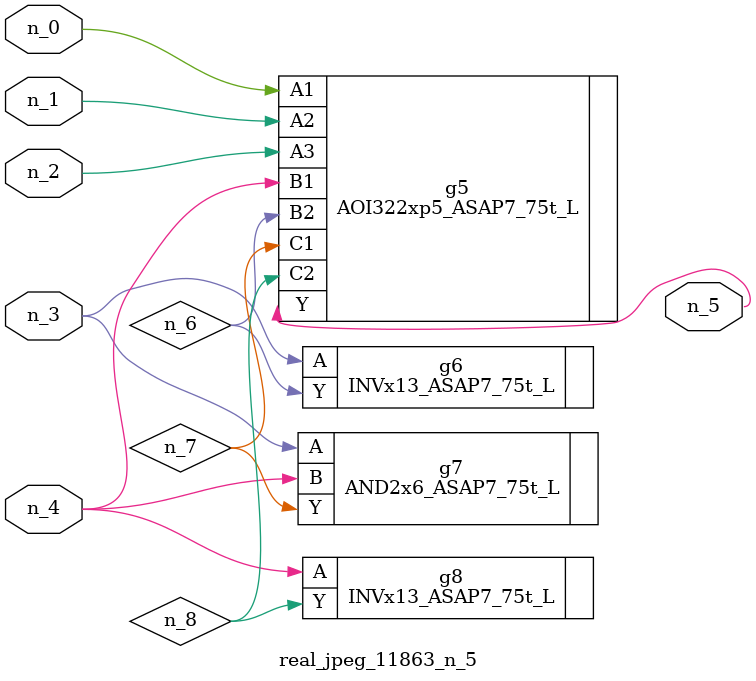
<source format=v>
module real_jpeg_11863_n_5 (n_4, n_0, n_1, n_2, n_3, n_5);

input n_4;
input n_0;
input n_1;
input n_2;
input n_3;

output n_5;

wire n_8;
wire n_6;
wire n_7;

AOI322xp5_ASAP7_75t_L g5 ( 
.A1(n_0),
.A2(n_1),
.A3(n_2),
.B1(n_4),
.B2(n_6),
.C1(n_7),
.C2(n_8),
.Y(n_5)
);

INVx13_ASAP7_75t_L g6 ( 
.A(n_3),
.Y(n_6)
);

AND2x6_ASAP7_75t_L g7 ( 
.A(n_3),
.B(n_4),
.Y(n_7)
);

INVx13_ASAP7_75t_L g8 ( 
.A(n_4),
.Y(n_8)
);


endmodule
</source>
